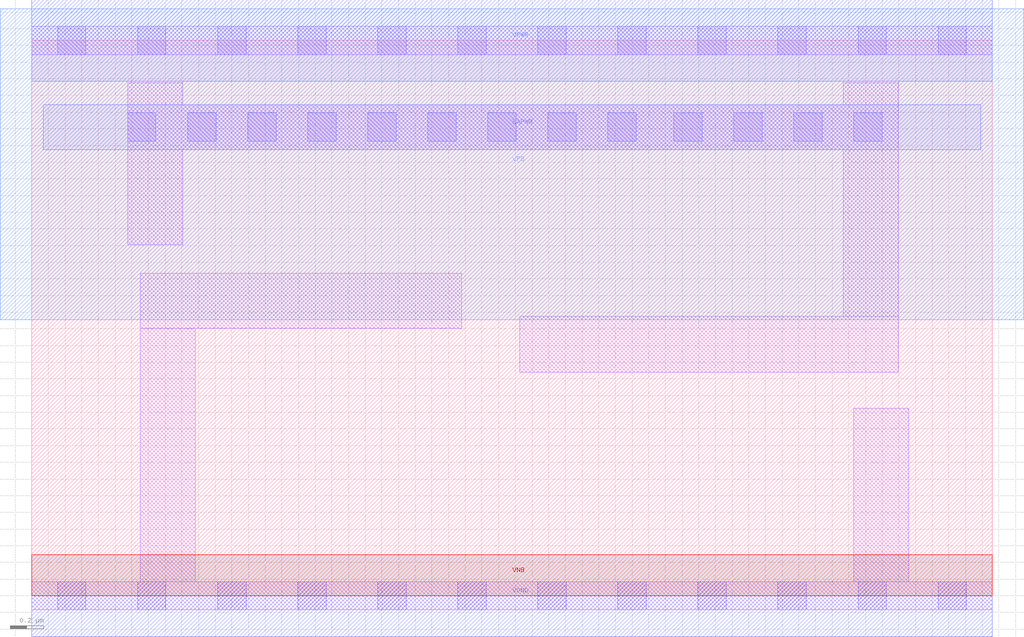
<source format=lef>
# Copyright 2020 The SkyWater PDK Authors
#
# Licensed under the Apache License, Version 2.0 (the "License");
# you may not use this file except in compliance with the License.
# You may obtain a copy of the License at
#
#     https://www.apache.org/licenses/LICENSE-2.0
#
# Unless required by applicable law or agreed to in writing, software
# distributed under the License is distributed on an "AS IS" BASIS,
# WITHOUT WARRANTIES OR CONDITIONS OF ANY KIND, either express or implied.
# See the License for the specific language governing permissions and
# limitations under the License.
#
# SPDX-License-Identifier: Apache-2.0

VERSION 5.7 ;
  NOWIREEXTENSIONATPIN ON ;
  DIVIDERCHAR "/" ;
  BUSBITCHARS "[]" ;
MACRO sky130_fd_sc_lp__decapkapwr_12
  CLASS CORE SPACER ;
  FOREIGN sky130_fd_sc_lp__decapkapwr_12 ;
  ORIGIN  0.000000  0.000000 ;
  SIZE  5.760000 BY  3.330000 ;
  SYMMETRY X Y R90 ;
  SITE unit ;
  PIN VNB
    PORT
      LAYER pwell ;
        RECT 0.000000 0.000000 5.760000 0.245000 ;
    END
  END VNB
  PIN VPB
    PORT
      LAYER nwell ;
        RECT -0.190000 1.655000 5.950000 3.520000 ;
    END
  END VPB
  PIN KAPWR
    DIRECTION INOUT ;
    USE POWER ;
    PORT
      LAYER met1 ;
        RECT 0.070000 2.675000 5.690000 2.945000 ;
    END
  END KAPWR
  PIN VGND
    DIRECTION INOUT ;
    USE GROUND ;
    PORT
      LAYER met1 ;
        RECT 0.000000 -0.245000 5.760000 0.245000 ;
    END
  END VGND
  PIN VPWR
    DIRECTION INOUT ;
    USE POWER ;
    PORT
      LAYER met1 ;
        RECT 0.000000 3.085000 5.760000 3.575000 ;
    END
  END VPWR
  OBS
    LAYER li1 ;
      RECT 0.000000 -0.085000 5.760000 0.085000 ;
      RECT 0.000000  3.245000 5.760000 3.415000 ;
      RECT 0.575000  2.105000 0.905000 2.675000 ;
      RECT 0.575000  2.675000 5.195000 2.945000 ;
      RECT 0.575000  2.945000 0.905000 3.075000 ;
      RECT 0.650000  0.085000 0.980000 1.605000 ;
      RECT 0.650000  1.605000 2.580000 1.935000 ;
      RECT 2.925000  1.340000 5.195000 1.675000 ;
      RECT 4.865000  1.675000 5.195000 2.675000 ;
      RECT 4.865000  2.945000 5.195000 3.075000 ;
      RECT 4.930000  0.085000 5.260000 1.125000 ;
    LAYER mcon ;
      RECT 0.155000 -0.085000 0.325000 0.085000 ;
      RECT 0.155000  3.245000 0.325000 3.415000 ;
      RECT 0.575000  2.725000 0.745000 2.895000 ;
      RECT 0.635000 -0.085000 0.805000 0.085000 ;
      RECT 0.635000  3.245000 0.805000 3.415000 ;
      RECT 0.935000  2.725000 1.105000 2.895000 ;
      RECT 1.115000 -0.085000 1.285000 0.085000 ;
      RECT 1.115000  3.245000 1.285000 3.415000 ;
      RECT 1.295000  2.725000 1.465000 2.895000 ;
      RECT 1.595000 -0.085000 1.765000 0.085000 ;
      RECT 1.595000  3.245000 1.765000 3.415000 ;
      RECT 1.655000  2.725000 1.825000 2.895000 ;
      RECT 2.015000  2.725000 2.185000 2.895000 ;
      RECT 2.075000 -0.085000 2.245000 0.085000 ;
      RECT 2.075000  3.245000 2.245000 3.415000 ;
      RECT 2.375000  2.725000 2.545000 2.895000 ;
      RECT 2.555000 -0.085000 2.725000 0.085000 ;
      RECT 2.555000  3.245000 2.725000 3.415000 ;
      RECT 2.735000  2.725000 2.905000 2.895000 ;
      RECT 3.035000 -0.085000 3.205000 0.085000 ;
      RECT 3.035000  3.245000 3.205000 3.415000 ;
      RECT 3.095000  2.725000 3.265000 2.895000 ;
      RECT 3.455000  2.725000 3.625000 2.895000 ;
      RECT 3.515000 -0.085000 3.685000 0.085000 ;
      RECT 3.515000  3.245000 3.685000 3.415000 ;
      RECT 3.850000  2.725000 4.020000 2.895000 ;
      RECT 3.995000 -0.085000 4.165000 0.085000 ;
      RECT 3.995000  3.245000 4.165000 3.415000 ;
      RECT 4.210000  2.725000 4.380000 2.895000 ;
      RECT 4.475000 -0.085000 4.645000 0.085000 ;
      RECT 4.475000  3.245000 4.645000 3.415000 ;
      RECT 4.570000  2.725000 4.740000 2.895000 ;
      RECT 4.930000  2.725000 5.100000 2.895000 ;
      RECT 4.955000 -0.085000 5.125000 0.085000 ;
      RECT 4.955000  3.245000 5.125000 3.415000 ;
      RECT 5.435000 -0.085000 5.605000 0.085000 ;
      RECT 5.435000  3.245000 5.605000 3.415000 ;
  END
END sky130_fd_sc_lp__decapkapwr_12
END LIBRARY

</source>
